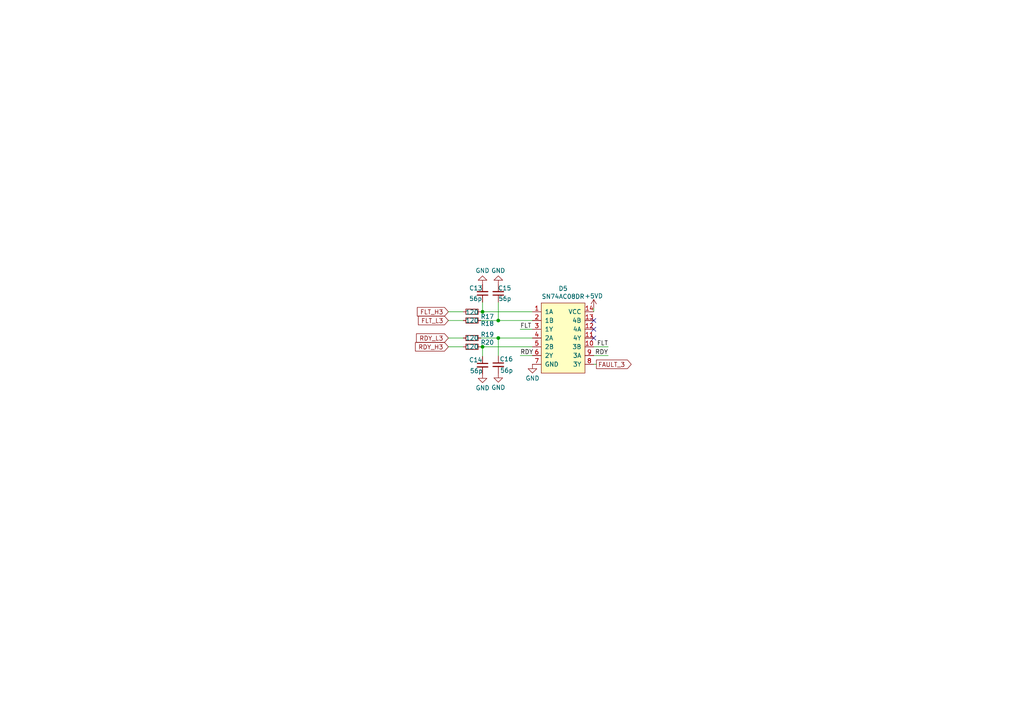
<source format=kicad_sch>
(kicad_sch (version 20211123) (generator eeschema)
  (paper "A4")
  (lib_symbols
    (symbol "Device:C_Small" (pin_numbers hide) (pin_names (offset 0.254) hide)
      (property "Reference" "C" (at 0.254 1.778 0))
      (property "Value" "C_Small" (at 0.254 -2.032 0))
      (symbol "C_Small_0_1"
        (polyline (pts (xy -1.524 -0.508) (xy 1.524 -0.508)) (stroke (width 0.3302)))
        (polyline (pts (xy -1.524 0.508) (xy 1.524 0.508)) (stroke (width 0.3048)))
      )
      (symbol "C_Small_1_1"
        (pin passive line (at 0 2.54 270) (length 2.032) (name "~") (number "1"))
        (pin passive line (at 0 -2.54 90) (length 2.032) (name "~") (number "2"))
      )
    )
    (symbol "Device:R_Small" (pin_numbers hide) (pin_names (offset 0.254) hide)
      (property "Reference" "R" (at 0.762 0.508 0))
      (property "Value" "R_Small" (at 0.762 -1.016 0))
      (symbol "R_Small_0_1"
        (rectangle (start -0.762 1.778) (end 0.762 -1.778) (stroke (width 0.2032)))
      )
      (symbol "R_Small_1_1"
        (pin passive line (at 0 2.54 270) (length 0.762) (name "~") (number "1"))
        (pin passive line (at 0 -2.54 90) (length 0.762) (name "~") (number "2"))
      )
    )
    (symbol "Logic:SN74AC08DR" (pin_names (offset 1.016))
      (property "Reference" "D" (at 0 0 0))
      (property "Value" "Logic_SN74AC08DR" (at 0 -2.54 0))
      (symbol "SN74AC08DR_0_1"
        (rectangle (start -6.35 -3.81) (end 6.35 -24.13) (fill (type background)))
      )
      (symbol "SN74AC08DR_1_1"
        (pin input line (at -8.89 -6.35 0) (length 2.54) (name "1A") (number "1"))
        (pin input line (at 8.89 -16.51 180) (length 2.54) (name "3B") (number "10"))
        (pin output line (at 8.89 -13.97 180) (length 2.54) (name "4Y") (number "11"))
        (pin input line (at 8.89 -11.43 180) (length 2.54) (name "4A") (number "12"))
        (pin input line (at 8.89 -8.89 180) (length 2.54) (name "4B") (number "13"))
        (pin input line (at 8.89 -6.35 180) (length 2.54) (name "VCC") (number "14"))
        (pin input line (at -8.89 -8.89 0) (length 2.54) (name "1B") (number "2"))
        (pin output line (at -8.89 -11.43 0) (length 2.54) (name "1Y") (number "3"))
        (pin input line (at -8.89 -13.97 0) (length 2.54) (name "2A") (number "4"))
        (pin input line (at -8.89 -16.51 0) (length 2.54) (name "2B") (number "5"))
        (pin output line (at -8.89 -19.05 0) (length 2.54) (name "2Y") (number "6"))
        (pin input line (at -8.89 -21.59 0) (length 2.54) (name "GND") (number "7"))
        (pin output line (at 8.89 -21.59 180) (length 2.54) (name "3Y") (number "8"))
        (pin input line (at 8.89 -19.05 180) (length 2.54) (name "3A") (number "9"))
      )
    )
    (symbol "power:+5VD" (power) (pin_names (offset 0))
      (property "Value" "+5VD" (at 0 3.556 0))
      (symbol "+5VD_0_1"
        (polyline (pts (xy -0.762 1.27) (xy 0 2.54)))
        (polyline (pts (xy 0 0) (xy 0 2.54)))
        (polyline (pts (xy 0 2.54) (xy 0.762 1.27)))
      )
      (symbol "+5VD_1_1"
        (pin power_in line (at 0 0 90) (length 0) hide (name "+5VD") (number "1"))
      )
    )
    (symbol "power:GND" (power) (pin_names (offset 0))
      (property "Value" "GND" (at 0 -3.81 0))
      (symbol "GND_0_1"
        (polyline (pts (xy 0 0) (xy 0 -1.27) (xy 1.27 -1.27) (xy 0 -2.54) (xy -1.27 -1.27) (xy 0 -1.27)))
      )
      (symbol "GND_1_1"
        (pin power_in line (at 0 0 270) (length 0) hide (name "GND") (number "1"))
      )
    )
  )
  (junction (at 144.526 92.964))
  (junction (at 144.526 98.044))
  (junction (at 139.954 100.584))
  (junction (at 139.954 90.424))
  (no_connect (at 172.212 98.044))
  (no_connect (at 172.212 92.964))
  (no_connect (at 172.212 95.504))
  (wire (pts (xy 144.526 103.251) (xy 144.526 98.044)))
  (wire (pts (xy 139.954 90.424) (xy 154.432 90.424)))
  (wire (pts (xy 139.954 103.378) (xy 139.954 100.584)))
  (wire (pts (xy 144.526 92.964) (xy 154.432 92.964)))
  (wire (pts (xy 139.446 100.584) (xy 139.954 100.584)))
  (wire (pts (xy 150.876 95.504) (xy 154.432 95.504)))
  (wire (pts (xy 144.526 87.63) (xy 144.526 92.964)))
  (wire (pts (xy 139.446 92.964) (xy 144.526 92.964)))
  (wire (pts (xy 130.048 100.584) (xy 134.366 100.584)))
  (wire (pts (xy 172.212 105.664) (xy 172.974 105.664)))
  (wire (pts (xy 139.954 100.584) (xy 154.432 100.584)))
  (wire (pts (xy 139.446 90.424) (xy 139.954 90.424)))
  (wire (pts (xy 130.048 90.424) (xy 134.366 90.424)))
  (wire (pts (xy 144.526 98.044) (xy 154.432 98.044)))
  (wire (pts (xy 176.403 100.584) (xy 172.212 100.584)))
  (wire (pts (xy 130.048 98.044) (xy 134.366 98.044)))
  (wire (pts (xy 172.212 90.424) (xy 172.212 89.408)))
  (wire (pts (xy 139.446 98.044) (xy 144.526 98.044)))
  (wire (pts (xy 130.048 92.964) (xy 134.366 92.964)))
  (wire (pts (xy 139.954 87.63) (xy 139.954 90.424)))
  (wire (pts (xy 150.876 103.124) (xy 154.432 103.124)))
  (wire (pts (xy 176.403 103.124) (xy 172.212 103.124)))
  (label "FLT" (at 176.403 100.584 180))
  (label "RDY" (at 150.876 103.124 0))
  (label "FLT" (at 150.876 95.504 0))
  (label "RDY" (at 176.403 103.124 180))
  (global_label "FAULT_3" (shape output) (at 172.974 105.664 0) (property "Intersheet References" "${INTERSHEET_REFS}" (effects hide)))
  (global_label "FLT_H3" (shape input) (at 130.048 90.424 180) (property "Intersheet References" "${INTERSHEET_REFS}" (effects hide)))
  (global_label "FLT_L3" (shape input) (at 130.048 92.964 180) (property "Intersheet References" "${INTERSHEET_REFS}" (effects hide)))
  (global_label "RDY_L3" (shape input) (at 130.048 98.044 180) (property "Intersheet References" "${INTERSHEET_REFS}" (effects hide)))
  (global_label "RDY_H3" (shape input) (at 130.048 100.584 180) (property "Intersheet References" "${INTERSHEET_REFS}" (effects hide)))
  (symbol (lib_id "Logic:SN74AC08DR") (at 163.322 84.074 0) (unit 1)
    (property "Reference" "D5" (at 163.322 83.693 0))
    (property "Value" "SN74AC08DR" (at 163.322 86.0044 0))
    (property "Footprint" "Package_SO:SOIC-14_3.9x8.7mm_P1.27mm" (effects hide))
  )
  (symbol (lib_id "Device:C_Small") (at 139.954 85.09 180) (unit 1)
    (property "Reference" "C13" (at 139.954 83.566 0) (effects (justify left)))
    (property "Value" "56p" (at 139.827 86.614 0) (effects (justify left)))
    (property "Footprint" "Capacitor_SMD:C_0805_2012Metric_Pad1.18x1.45mm_HandSolder" (effects hide))
  )
  (symbol (lib_id "Device:R_Small") (at 136.906 90.424 270) (unit 1)
    (property "Reference" "R17" (at 141.351 91.821 90))
    (property "Value" "120" (at 136.906 90.551 90))
    (property "Footprint" "Resistor_SMD:R_0805_2012Metric_Pad1.20x1.40mm_HandSolder" (effects hide))
  )
  (symbol (lib_id "power:+5VD") (at 172.212 89.408 0) (unit 1)
    (property "Reference" "#PWR035" (effects hide))
    (property "Value" "+5VD" (at 172.212 85.852 0))
  )
  (symbol (lib_id "power:GND") (at 144.526 82.55 180) (unit 1)
    (property "Reference" "#PWR032" (effects hide))
    (property "Value" "GND" (at 146.558 78.486 0) (effects (justify left)))
  )
  (symbol (lib_id "power:GND") (at 139.954 82.55 180) (unit 1)
    (property "Reference" "#PWR030" (effects hide))
    (property "Value" "GND" (at 141.986 78.486 0) (effects (justify left)))
  )
  (symbol (lib_id "power:GND") (at 154.432 105.664 0) (unit 1)
    (property "Reference" "#PWR034" (effects hide))
    (property "Value" "GND" (at 152.4 109.728 0) (effects (justify left)))
  )
  (symbol (lib_id "Device:C_Small") (at 144.526 85.09 180) (unit 1)
    (property "Reference" "C15" (at 148.336 83.566 0) (effects (justify left)))
    (property "Value" "56p" (at 148.336 86.614 0) (effects (justify left)))
    (property "Footprint" "Capacitor_SMD:C_0805_2012Metric_Pad1.18x1.45mm_HandSolder" (effects hide))
  )
  (symbol (lib_id "Device:C_Small") (at 144.526 105.791 0) (unit 1)
    (property "Reference" "C16" (at 144.907 104.14 0) (effects (justify left)))
    (property "Value" "56p" (at 145.034 107.442 0) (effects (justify left)))
    (property "Footprint" "Capacitor_SMD:C_0805_2012Metric_Pad1.18x1.45mm_HandSolder" (effects hide))
  )
  (symbol (lib_id "power:GND") (at 144.526 108.331 0) (unit 1)
    (property "Reference" "#PWR033" (effects hide))
    (property "Value" "GND" (at 142.494 112.395 0) (effects (justify left)))
  )
  (symbol (lib_id "Device:R_Small") (at 136.906 92.964 270) (unit 1)
    (property "Reference" "R18" (at 141.351 93.853 90))
    (property "Value" "120" (at 136.906 92.964 90))
    (property "Footprint" "Resistor_SMD:R_0805_2012Metric_Pad1.20x1.40mm_HandSolder" (effects hide))
  )
  (symbol (lib_id "power:GND") (at 139.954 108.458 0) (unit 1)
    (property "Reference" "#PWR031" (effects hide))
    (property "Value" "GND" (at 137.922 112.522 0) (effects (justify left)))
  )
  (symbol (lib_id "Device:R_Small") (at 136.906 100.584 270) (unit 1)
    (property "Reference" "R20" (at 141.351 99.314 90))
    (property "Value" "120" (at 136.906 100.584 90))
    (property "Footprint" "Resistor_SMD:R_0805_2012Metric_Pad1.20x1.40mm_HandSolder" (effects hide))
  )
  (symbol (lib_id "Device:C_Small") (at 139.954 105.918 0) (unit 1)
    (property "Reference" "C14" (at 136.017 104.394 0) (effects (justify left)))
    (property "Value" "56p" (at 136.271 107.569 0) (effects (justify left)))
    (property "Footprint" "Capacitor_SMD:C_0805_2012Metric_Pad1.18x1.45mm_HandSolder" (effects hide))
  )
  (symbol (lib_id "Device:R_Small") (at 136.906 98.044 270) (unit 1)
    (property "Reference" "R19" (at 141.351 97.028 90))
    (property "Value" "120" (at 136.906 98.044 90))
    (property "Footprint" "Resistor_SMD:R_0805_2012Metric_Pad1.20x1.40mm_HandSolder" (effects hide))
  )
)
</source>
